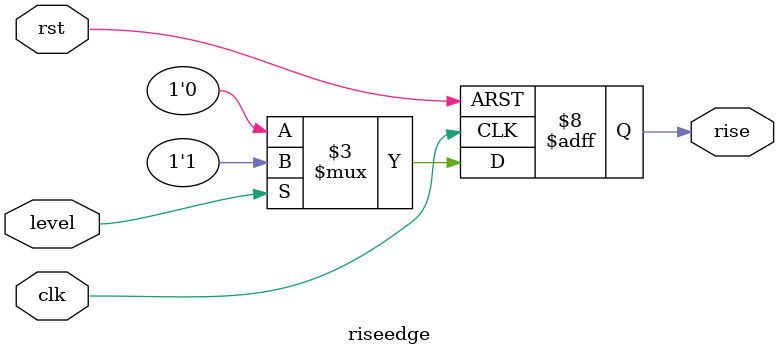
<source format=v>
`timescale 1ns/1ns
module riseedge( rst, clk, rise,level);
input rst, clk, level;
output reg rise;
reg state_nxt;
parameter high =1, low=0;

always @(posedge clk or posedge rst)
begin

if(rst)
begin
state_nxt =low;
rise =low;
end
else if(level)
begin 
state_nxt= high;
rise =high;
end
else 
begin 
state_nxt =low;
rise=low;
end
end
endmodule


</source>
